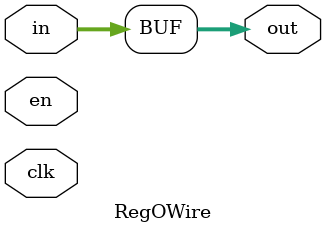
<source format=v>
`timescale 1ns / 1ps
module RegOWire
#(
parameter
dataW=8,
levelIdx=0,
regInterval=0,
isWire=(regInterval==0)?1:(levelIdx%regInterval!=0)
)
(
input clk,en,
input [dataW-1:0]in,
output [dataW-1:0]out
    );
generate

		if(isWire)begin
		
			assign out=in;
		end else begin
			reg [dataW-1:0]in_reg;
			always@(posedge clk)if(en)begin
				in_reg<=in;
			end
			assign out=in_reg;
		end
endgenerate

endmodule

</source>
